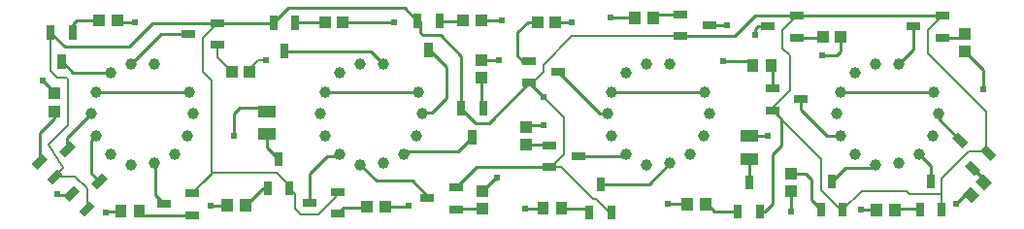
<source format=gtl>
G04 Layer: TopLayer*
G04 EasyEDA v6.5.1, 2022-03-27 10:56:42*
G04 f4f8d14073c14480b57db79f537dda5a,f5a38c858c354eb5b90fd3f81420cce3,10*
G04 Gerber Generator version 0.2*
G04 Scale: 100 percent, Rotated: No, Reflected: No *
G04 Dimensions in millimeters *
G04 leading zeros omitted , absolute positions ,4 integer and 5 decimal *
%FSLAX45Y45*%
%MOMM*%

%ADD10C,0.2540*%
%ADD11C,0.1500*%
%ADD12C,0.6096*%
%ADD13C,0.6100*%
%ADD14C,0.6050*%
%ADD15R,0.7000X1.2500*%
%ADD16R,1.2500X0.7000*%
%ADD17R,1.0000X1.1000*%
%ADD18R,1.1000X1.0000*%
%ADD19R,1.5500X1.0000*%
%ADD20C,1.0000*%

%LPD*%
D10*
X6995668Y-876300D02*
G01*
X6995668Y-963168D01*
X7222997Y-1190497D01*
X7343647Y-1190497D01*
X3651504Y-192531D02*
G01*
X3672331Y-192531D01*
X3672331Y-294131D01*
X3695700Y-317500D01*
X3848100Y-317500D01*
X4032504Y-501904D01*
X4032504Y-954531D01*
D11*
X8227568Y-146304D02*
G01*
X8100568Y-273304D01*
X8100568Y-476504D01*
X8610600Y-986536D01*
X8610600Y-1341881D01*
X8626347Y-1341881D01*
X8626347Y-1341881D02*
G01*
X8626347Y-1333500D01*
X8458200Y-1333500D01*
X8222995Y-1568704D01*
X8222995Y-1839468D01*
D10*
X8492083Y-1476324D02*
G01*
X8590965Y-1575206D01*
X8590965Y-1594434D01*
X8343900Y-1790700D02*
G01*
X8445500Y-1689100D01*
X8463965Y-1707565D01*
X8477834Y-1707565D01*
D11*
X8223001Y-1839465D02*
G01*
X8223001Y-1701800D01*
X7937500Y-1701800D01*
X7912100Y-1676400D01*
X7522463Y-1676400D01*
X7359395Y-1839468D01*
D10*
X8585200Y-787400D02*
G01*
X8585200Y-622300D01*
X8423894Y-460994D01*
X8420100Y-460994D01*
X8227568Y-336295D02*
G01*
X8384806Y-336295D01*
X8420100Y-301002D01*
D11*
X452120Y-294131D02*
G01*
X452120Y-629920D01*
X508000Y-685800D01*
X584200Y-685800D01*
X596900Y-698500D01*
X596900Y-1104900D01*
X431800Y-1270000D01*
X558800Y-1473200D01*
X486918Y-1552447D01*
D10*
X596392Y-1308607D02*
G01*
X596392Y-1209039D01*
X805434Y-999997D01*
X508000Y-1701800D02*
G01*
X508000Y-1714500D01*
X631952Y-1714500D01*
X631952Y-1697481D01*
X352475Y-1418183D02*
G01*
X352475Y-1171524D01*
X482600Y-1041400D01*
X482600Y-981710D01*
D11*
X486816Y-1552549D02*
G01*
X663549Y-1552549D01*
X766216Y-1655216D01*
X766216Y-1831924D01*
D10*
X875766Y-1588033D02*
G01*
X800100Y-1512366D01*
X800100Y-1234008D01*
X843607Y-1190500D01*
D11*
X2188209Y-635000D02*
G01*
X2188209Y-605789D01*
X2260600Y-533400D01*
X2324100Y-533400D01*
X6957568Y-146304D02*
G01*
X6830568Y-273304D01*
X6830568Y-429768D01*
X6896100Y-495300D01*
X6896100Y-800100D01*
X6745731Y-950468D01*
X6745731Y-971295D01*
X2533395Y-1648968D02*
G01*
X2584195Y-1699768D01*
X2584195Y-1826768D01*
X2634995Y-1877568D01*
X2787395Y-1877568D01*
X2939795Y-1725168D01*
X2939795Y-1700276D01*
X2957068Y-1683004D01*
X4802631Y-1466595D02*
G01*
X4902200Y-1466595D01*
X5181600Y-1745995D01*
X5207000Y-1745995D01*
X5325872Y-1864868D01*
X5340095Y-1864868D01*
X1902965Y-399795D02*
G01*
X1902965Y-509750D01*
X2028215Y-635000D01*
X1687068Y-1695704D02*
G01*
X1864868Y-1517904D01*
X2423668Y-1517904D01*
X2533395Y-1627631D01*
X2533395Y-1648968D01*
X4751324Y-856487D02*
G01*
X4929631Y-1034795D01*
X4929631Y-1356868D01*
X4819904Y-1466595D01*
X4802631Y-1466595D01*
D10*
X2047722Y-1190497D02*
G01*
X2047722Y-1003300D01*
X2098522Y-952500D01*
X2309799Y-952500D01*
X2336800Y-979500D01*
X2438400Y-1399031D02*
G01*
X2336800Y-1297431D01*
X2336800Y-1179499D01*
X1902968Y-209804D02*
G01*
X2389631Y-209804D01*
X2394204Y-205231D01*
X2584195Y-205231D02*
G01*
X2840990Y-203200D01*
X3000994Y-203200D02*
G01*
X3331194Y-203200D01*
X3441700Y-203200D01*
X2489200Y-455168D02*
G01*
X3238576Y-455168D01*
X3351606Y-568197D01*
X2394204Y-205231D02*
G01*
X2521204Y-78231D01*
X3537204Y-78231D01*
X3651504Y-192531D01*
X451104Y-294131D02*
G01*
X576071Y-419100D01*
X1130300Y-419100D01*
X1333500Y-215900D01*
X1896871Y-215900D01*
X1902968Y-209804D01*
X641095Y-294131D02*
G01*
X641095Y-222504D01*
X673100Y-190500D01*
X872489Y-190500D01*
X1181100Y-203200D02*
G01*
X1045202Y-203200D01*
X1032502Y-190500D01*
X1653031Y-304800D02*
G01*
X1411808Y-304800D01*
X1148407Y-568200D01*
X843610Y-809497D02*
G01*
X1656410Y-809497D01*
X546100Y-544068D02*
G01*
X646429Y-644397D01*
X970610Y-644397D01*
X482600Y-821717D02*
G01*
X482600Y-812800D01*
X381000Y-711200D01*
X1063017Y-1854200D02*
G01*
X939800Y-1854200D01*
X927100Y-1866900D01*
X1223010Y-1854200D02*
G01*
X1254505Y-1885695D01*
X1687065Y-1885695D01*
X1437131Y-1790700D02*
G01*
X1360931Y-1714500D01*
X1360931Y-1441119D01*
X1351610Y-1431797D01*
X1841500Y-1803400D02*
G01*
X1990092Y-1803400D01*
X2150084Y-1803400D02*
G01*
X2304519Y-1648965D01*
X2343398Y-1648965D01*
X2707131Y-1778000D02*
G01*
X2707131Y-1524000D01*
X2859531Y-1371600D01*
X2954604Y-1371600D01*
X2970606Y-1355597D01*
X2957068Y-1872995D02*
G01*
X3007868Y-1822195D01*
X3203209Y-1822195D01*
X3209305Y-1816100D01*
X3369299Y-1816100D02*
G01*
X3556000Y-1816100D01*
X3568700Y-1803400D01*
X3148329Y-1444497D02*
G01*
X3289300Y-1587500D01*
X3606800Y-1587500D01*
X3735831Y-1716531D01*
X3735831Y-1739900D01*
X4127500Y-1204468D02*
G01*
X4000500Y-1331468D01*
X3553536Y-1331468D01*
X3529406Y-1355597D01*
X2843606Y-809497D02*
G01*
X3656406Y-809497D01*
X3985768Y-1834895D02*
G01*
X3988081Y-1832582D01*
X4216400Y-1832582D01*
X4216400Y-1672600D02*
G01*
X4318000Y-1571000D01*
X4334499Y-1571000D01*
X4343400Y-1562100D01*
X4746005Y-1828800D02*
G01*
X4584700Y-1828800D01*
X4905994Y-1828800D02*
G01*
X5114036Y-1828800D01*
X5150104Y-1864868D01*
X5245100Y-1614931D02*
G01*
X5668467Y-1614931D01*
X5851601Y-1431797D01*
X5052568Y-1371600D02*
G01*
X5454599Y-1371600D01*
X5470598Y-1355600D01*
X4874768Y-635000D02*
G01*
X5239765Y-999997D01*
X5305501Y-999997D01*
X4597400Y-1273794D02*
G01*
X4775200Y-1273794D01*
X4778009Y-1276604D01*
X4802631Y-1276604D01*
X4597400Y-1113797D02*
G01*
X4606297Y-1104900D01*
X4749800Y-1104900D01*
X3746500Y-442468D02*
G01*
X3898900Y-594868D01*
X3898900Y-863600D01*
X3771900Y-990600D01*
X3703904Y-990600D01*
X3694506Y-999997D01*
X3841501Y-192534D02*
G01*
X4070101Y-192534D01*
X4068069Y-190500D01*
X4047515Y-190500D01*
X4207494Y-190500D02*
G01*
X4381500Y-190500D01*
X4203700Y-529597D02*
G01*
X4352297Y-529597D01*
X4356100Y-533400D01*
X4203700Y-689584D02*
G01*
X4203700Y-935730D01*
X4222501Y-954534D01*
X4855194Y-203200D02*
G01*
X4991100Y-203200D01*
X4695190Y-203200D02*
G01*
X4610100Y-203200D01*
X4521200Y-292100D01*
X4521200Y-495300D01*
X4565904Y-540004D01*
X4624831Y-540004D01*
X5546105Y-165100D02*
G01*
X5461000Y-165100D01*
X5334000Y-165100D01*
X4624831Y-729995D02*
G01*
X4751204Y-856368D01*
X4032504Y-954531D02*
G01*
X4159504Y-1081531D01*
X4273295Y-1081531D01*
X4624831Y-729995D01*
D11*
X4636261Y-741426D02*
G01*
X4746243Y-631444D01*
X4746243Y-576579D01*
X4999227Y-323595D01*
X5945631Y-323595D01*
D10*
X5706109Y-165100D02*
G01*
X5706109Y-139700D01*
X5939536Y-139700D01*
X5945631Y-133604D01*
X6195568Y-228600D02*
G01*
X6345732Y-228600D01*
X5343601Y-809497D02*
G01*
X6156401Y-809497D01*
X6957542Y-146304D02*
G01*
X6591300Y-146304D01*
X6414008Y-323595D01*
X5945634Y-323595D01*
X6591300Y-317500D02*
G01*
X6591300Y-266700D01*
X6616700Y-241300D01*
X6707631Y-241300D01*
X8227565Y-146304D02*
G01*
X6957542Y-146304D01*
X6957542Y-146304D01*
X7977631Y-241300D02*
G01*
X7977631Y-442170D01*
X7851602Y-568200D01*
X7343597Y-809497D02*
G01*
X8156397Y-809497D01*
X8382533Y-1232433D02*
G01*
X8194502Y-1044402D01*
X8194502Y-1000000D01*
X8128000Y-1589531D02*
G01*
X8128000Y-1454200D01*
X8029402Y-1355600D01*
X7814309Y-1841500D02*
G01*
X7814309Y-1828800D01*
X8022330Y-1828800D01*
X8032998Y-1839465D01*
X7654315Y-1841500D02*
G01*
X7518400Y-1841500D01*
X7169404Y-1839468D02*
G01*
X7086600Y-1756663D01*
X7086600Y-1574800D01*
X7031992Y-1520192D01*
X6908800Y-1520192D01*
X7264400Y-1589531D02*
G01*
X7378697Y-1475234D01*
X7617668Y-1475234D01*
X7648402Y-1444500D01*
X6908800Y-1680182D02*
G01*
X6908800Y-1854200D01*
X6445504Y-1852168D02*
G01*
X6242304Y-1852168D01*
X6180836Y-1790700D01*
X6163294Y-1790700D01*
X6540500Y-1602234D02*
G01*
X6540500Y-1395399D01*
X6540500Y-1195400D02*
G01*
X6676999Y-1195400D01*
X6678599Y-1193800D01*
X6705600Y-1193800D01*
X5829300Y-1790700D02*
G01*
X6003305Y-1790700D01*
X6734809Y-584200D02*
G01*
X6745731Y-584200D01*
X6745731Y-781304D01*
X6311900Y-546100D02*
G01*
X6536700Y-546100D01*
X6574800Y-584200D01*
X7344399Y-330200D02*
G01*
X7344399Y-453400D01*
X7302500Y-495300D01*
X7175500Y-495300D01*
X6957568Y-336295D02*
G01*
X7178309Y-336295D01*
X7184405Y-330200D01*
X6745731Y-971295D02*
G01*
X6819900Y-1045463D01*
X6819900Y-1282700D01*
X6743700Y-1358900D01*
X6743700Y-1790700D01*
X6682231Y-1852168D01*
X6635495Y-1852168D01*
D11*
X7359395Y-1839468D02*
G01*
X7338573Y-1839468D01*
X7168901Y-1669795D01*
X7168901Y-1394457D01*
X6745734Y-971295D01*
D10*
X3985768Y-1644904D02*
G01*
X4163568Y-1467104D01*
X4802631Y-1466595D01*
D11*
X1902968Y-209804D02*
G01*
X1775968Y-336804D01*
X1775968Y-632968D01*
X1854200Y-711200D01*
X1854200Y-1528571D01*
X1687068Y-1695704D01*
G36*
X2454198Y-392671D02*
G01*
X2524201Y-392671D01*
X2524201Y-517667D01*
X2454198Y-517667D01*
G37*
G36*
X2359202Y-142732D02*
G01*
X2429205Y-142732D01*
X2429207Y-267731D01*
X2359202Y-267731D01*
G37*
G36*
X2549194Y-142732D02*
G01*
X2619197Y-142732D01*
X2619197Y-267731D01*
X2549192Y-267731D01*
G37*
D16*
G01*
X2707131Y-1778000D03*
G01*
X2957068Y-1683004D03*
G01*
X2957068Y-1872995D03*
G36*
X856322Y-1656976D02*
G01*
X806823Y-1607477D01*
X895210Y-1519090D01*
X944709Y-1568589D01*
G37*
G36*
X746762Y-1900880D02*
G01*
X697263Y-1851383D01*
X785649Y-1762993D01*
X835149Y-1812493D01*
G37*
G36*
X612416Y-1766536D02*
G01*
X562919Y-1717037D01*
X651306Y-1628650D01*
X700806Y-1678150D01*
G37*
G36*
X576922Y-1377576D02*
G01*
X527423Y-1328077D01*
X615810Y-1239690D01*
X665309Y-1289189D01*
G37*
G36*
X467362Y-1621480D02*
G01*
X417863Y-1571983D01*
X506249Y-1483593D01*
X555749Y-1533093D01*
G37*
G36*
X333016Y-1487136D02*
G01*
X283519Y-1437637D01*
X371906Y-1349250D01*
X421406Y-1398750D01*
G37*
G36*
X3711498Y-379968D02*
G01*
X3781501Y-379968D01*
X3781501Y-504967D01*
X3711498Y-504967D01*
G37*
G36*
X3616502Y-130032D02*
G01*
X3686505Y-130032D01*
X3686505Y-255031D01*
X3616502Y-255031D01*
G37*
G36*
X3806494Y-130032D02*
G01*
X3876497Y-130032D01*
X3876497Y-255031D01*
X3806494Y-255031D01*
G37*
G36*
X4092498Y-1141971D02*
G01*
X4162501Y-1141971D01*
X4162501Y-1266967D01*
X4092498Y-1266967D01*
G37*
G36*
X3997502Y-892032D02*
G01*
X4067505Y-892032D01*
X4067507Y-1017031D01*
X3997502Y-1017031D01*
G37*
G36*
X4187494Y-892032D02*
G01*
X4257497Y-892032D01*
X4257497Y-1017031D01*
X4187492Y-1017031D01*
G37*
G01*
X1437131Y-1790700D03*
G01*
X1687068Y-1695704D03*
G01*
X1687068Y-1885695D03*
G01*
X3735831Y-1739900D03*
G01*
X3985768Y-1644904D03*
G01*
X3985768Y-1834895D03*
G36*
X511098Y-481571D02*
G01*
X581101Y-481571D01*
X581101Y-606567D01*
X511098Y-606567D01*
G37*
G36*
X416102Y-231632D02*
G01*
X486105Y-231632D01*
X486107Y-356631D01*
X416102Y-356631D01*
G37*
G36*
X606094Y-231632D02*
G01*
X676097Y-231632D01*
X676097Y-356631D01*
X606092Y-356631D01*
G37*
G01*
X1653031Y-304800D03*
G01*
X1902968Y-209804D03*
G01*
X1902968Y-399795D03*
D15*
G01*
X2438400Y-1399031D03*
G01*
X2533395Y-1648968D03*
G01*
X2343404Y-1648968D03*
G01*
X6540500Y-1602231D03*
G01*
X6635495Y-1852168D03*
G01*
X6445504Y-1852168D03*
D16*
G01*
X6195568Y-228600D03*
G01*
X5945631Y-323595D03*
G01*
X5945631Y-133604D03*
G01*
X6707631Y-241300D03*
G01*
X6957568Y-146304D03*
G01*
X6957568Y-336295D03*
D15*
G01*
X7264400Y-1589531D03*
G01*
X7359395Y-1839468D03*
G01*
X7169404Y-1839468D03*
G01*
X5245100Y-1614931D03*
G01*
X5340095Y-1864868D03*
G01*
X5150104Y-1864868D03*
G01*
X8128000Y-1589531D03*
G01*
X8222995Y-1839468D03*
G01*
X8033004Y-1839468D03*
G36*
X8451476Y-1251877D02*
G01*
X8401977Y-1301376D01*
X8313590Y-1212989D01*
X8363089Y-1163490D01*
G37*
G36*
X8695380Y-1361437D02*
G01*
X8645883Y-1410936D01*
X8557493Y-1322550D01*
X8606993Y-1273050D01*
G37*
G36*
X8561036Y-1495783D02*
G01*
X8511537Y-1545280D01*
X8423150Y-1456893D01*
X8472650Y-1407393D01*
G37*
D16*
G01*
X4874768Y-635000D03*
G01*
X4624831Y-729995D03*
G01*
X4624831Y-540004D03*
G01*
X6995668Y-876300D03*
G01*
X6745731Y-971295D03*
G01*
X6745731Y-781304D03*
G01*
X5052568Y-1371600D03*
G01*
X4802631Y-1466595D03*
G01*
X4802631Y-1276604D03*
G01*
X7977631Y-241300D03*
G01*
X8227568Y-146304D03*
G01*
X8227568Y-336295D03*
G36*
X2100107Y-1748398D02*
G01*
X2200107Y-1748398D01*
X2200107Y-1858401D01*
X2100107Y-1858401D01*
G37*
G36*
X1940107Y-1748398D02*
G01*
X2040107Y-1748398D01*
X2040107Y-1858401D01*
X1940107Y-1858401D01*
G37*
D17*
G01*
X2840990Y-203200D03*
G01*
X3000984Y-203200D03*
G01*
X3209290Y-1816100D03*
G01*
X3369284Y-1816100D03*
G01*
X4047490Y-190500D03*
G01*
X4207484Y-190500D03*
D18*
G01*
X4203700Y-689610D03*
G01*
X4203700Y-529615D03*
G36*
X1173007Y-1799198D02*
G01*
X1273007Y-1799198D01*
X1273007Y-1909201D01*
X1173007Y-1909201D01*
G37*
G36*
X1013007Y-1799198D02*
G01*
X1113007Y-1799198D01*
X1113007Y-1909201D01*
X1013007Y-1909201D01*
G37*
G01*
X4216400Y-1832610D03*
G01*
X4216400Y-1672615D03*
D17*
G01*
X872489Y-190500D03*
G01*
X1032484Y-190500D03*
G36*
X6113307Y-1735698D02*
G01*
X6213307Y-1735698D01*
X6213307Y-1845701D01*
X6113307Y-1845701D01*
G37*
G36*
X5953307Y-1735698D02*
G01*
X6053307Y-1735698D01*
X6053307Y-1845701D01*
X5953307Y-1845701D01*
G37*
D18*
G01*
X8420100Y-300989D03*
G01*
X8420100Y-460984D03*
G01*
X4597400Y-1273810D03*
G01*
X4597400Y-1113815D03*
G36*
X6684807Y-529198D02*
G01*
X6784807Y-529198D01*
X6784807Y-639201D01*
X6684807Y-639201D01*
G37*
G36*
X6524807Y-529198D02*
G01*
X6624807Y-529198D01*
X6624807Y-639201D01*
X6524807Y-639201D01*
G37*
D17*
G01*
X4695190Y-203200D03*
G01*
X4855184Y-203200D03*
G36*
X8516726Y-1590890D02*
G01*
X8587437Y-1520179D01*
X8665220Y-1597962D01*
X8594509Y-1668673D01*
G37*
G36*
X8403590Y-1704027D02*
G01*
X8474301Y-1633316D01*
X8552083Y-1711098D01*
X8481372Y-1781810D01*
G37*
G36*
X7764307Y-1786498D02*
G01*
X7864307Y-1786498D01*
X7864307Y-1896501D01*
X7764307Y-1896501D01*
G37*
G36*
X7604307Y-1786498D02*
G01*
X7704307Y-1786498D01*
X7704307Y-1896501D01*
X7604307Y-1896501D01*
G37*
G36*
X4856007Y-1773798D02*
G01*
X4956007Y-1773798D01*
X4956007Y-1883801D01*
X4856007Y-1883801D01*
G37*
G36*
X4696007Y-1773798D02*
G01*
X4796007Y-1773798D01*
X4796007Y-1883801D01*
X4696007Y-1883801D01*
G37*
D18*
G01*
X6908800Y-1520189D03*
G01*
X6908800Y-1680184D03*
D17*
G01*
X7184390Y-330200D03*
G01*
X7344384Y-330200D03*
G36*
X5656107Y-110098D02*
G01*
X5756107Y-110098D01*
X5756107Y-220101D01*
X5656107Y-220101D01*
G37*
G36*
X5496107Y-110098D02*
G01*
X5596107Y-110098D01*
X5596107Y-220101D01*
X5496107Y-220101D01*
G37*
G01*
X2028190Y-635000D03*
G01*
X2188184Y-635000D03*
D18*
G01*
X482600Y-981710D03*
G01*
X482600Y-821715D03*
D19*
G01*
X2336800Y-979500D03*
G01*
X2336800Y-1179499D03*
G01*
X6540500Y-1195400D03*
G01*
X6540500Y-1395399D03*
D20*
G01*
X1694510Y-999997D03*
G01*
X805510Y-999997D03*
G01*
X1656410Y-809497D03*
G01*
X843610Y-809497D03*
G01*
X843610Y-1190497D03*
G01*
X1643710Y-1190497D03*
G01*
X1529410Y-1355597D03*
G01*
X970610Y-1355597D03*
G01*
X1351610Y-1431797D03*
G01*
X1148410Y-1444497D03*
G01*
X1351610Y-568197D03*
G01*
X1148410Y-568197D03*
G01*
X970610Y-644397D03*
G01*
X3694506Y-999997D03*
G01*
X2805506Y-999997D03*
G01*
X3656406Y-809497D03*
G01*
X2843606Y-809497D03*
G01*
X2843606Y-1190497D03*
G01*
X3643706Y-1190497D03*
G01*
X3529406Y-1355597D03*
G01*
X2970606Y-1355597D03*
G01*
X3351606Y-1431797D03*
G01*
X3148406Y-1444497D03*
G01*
X3351606Y-568197D03*
G01*
X3148406Y-568197D03*
G01*
X2970606Y-644397D03*
G01*
X6194501Y-999997D03*
G01*
X5305501Y-999997D03*
G01*
X6156401Y-809497D03*
G01*
X5343601Y-809497D03*
G01*
X5343601Y-1190497D03*
G01*
X6143701Y-1190497D03*
G01*
X6029401Y-1355597D03*
G01*
X5470601Y-1355597D03*
G01*
X5851601Y-1431797D03*
G01*
X5648401Y-1444497D03*
G01*
X5851601Y-568197D03*
G01*
X5648401Y-568197D03*
G01*
X5470601Y-644397D03*
G01*
X8194497Y-999997D03*
G01*
X7305497Y-999997D03*
G01*
X8156397Y-809497D03*
G01*
X7343597Y-809497D03*
G01*
X7343597Y-1190497D03*
G01*
X8143697Y-1190497D03*
G01*
X8029397Y-1355597D03*
G01*
X7470597Y-1355597D03*
G01*
X7851597Y-1431797D03*
G01*
X7648397Y-1444497D03*
G01*
X7851597Y-568197D03*
G01*
X7648397Y-568197D03*
G01*
X7470597Y-644397D03*
D12*
G01*
X8585200Y-787400D03*
G01*
X8343900Y-1790700D03*
G01*
X7518400Y-1841500D03*
G01*
X6908800Y-1854200D03*
G01*
X5829300Y-1790700D03*
G01*
X7175500Y-495300D03*
G01*
X6311900Y-546100D03*
G01*
X1841500Y-1803400D03*
G01*
X3568700Y-1803400D03*
G01*
X4584700Y-1828800D03*
G01*
X4343400Y-1562100D03*
G01*
X4749800Y-1104900D03*
G01*
X5334000Y-165100D03*
G01*
X4991100Y-203200D03*
G01*
X4381500Y-190500D03*
G01*
X4356100Y-533400D03*
G01*
X3441700Y-203200D03*
G01*
X2324100Y-533400D03*
G01*
X927100Y-1866900D03*
G01*
X1181100Y-203200D03*
G01*
X508000Y-1701800D03*
D13*
G01*
X6345732Y-228600D03*
G01*
X6591300Y-317500D03*
G01*
X6705600Y-1193800D03*
G01*
X2047722Y-1190497D03*
D14*
G01*
X4751197Y-856361D03*
D12*
G01*
X381000Y-711200D03*
M02*

</source>
